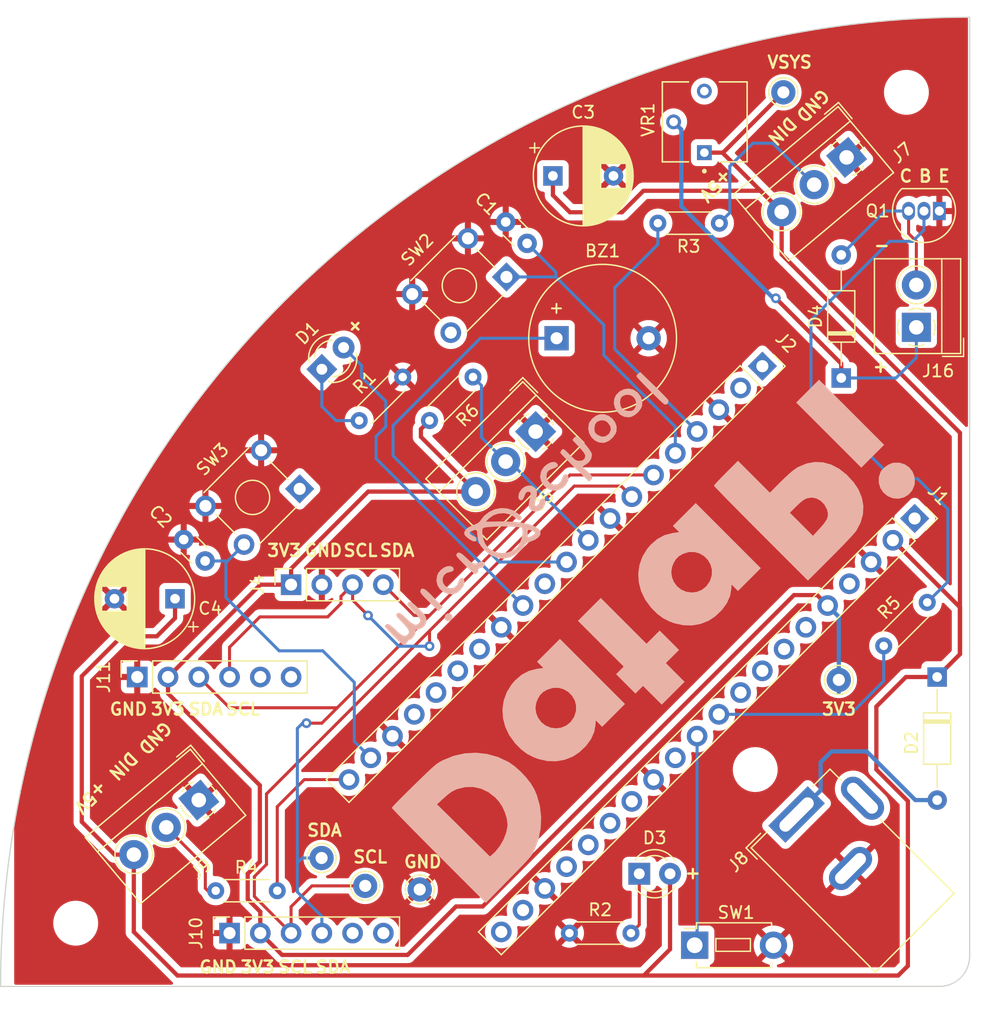
<source format=kicad_pcb>
(kicad_pcb (version 20221018) (generator pcbnew)
  (layers (0 "F.Cu" signal) (31 "B.Cu" signal) (34 "B.Paste" user) (35 "F.Paste" user) (36 "B.SilkS" user "B.Silkscreen") (37 "F.SilkS" user "F.Silkscreen") (38 "B.Mask" user) (39 "F.Mask" user) (44 "Edge.Cuts" user))
  (net 0 "")
  (net 1 "/VSYS")
  (net 2 "Net-(D2-A)")
  (net 3 "Net-(D3-K)")
  (net 4 "/GP0")
  (net 5 "/VBUS")
  (net 6 "/3V3_EN")
  (net 7 "/3V3")
  (net 8 "/ADC__VREF")
  (net 9 "/GP28")
  (net 10 "GNDA")
  (net 11 "/RUN")
  (net 12 "/GP22")
  (net 13 "/GP19")
  (net 14 "/GP18")
  (net 15 "/GP17")
  (net 16 "/GP16")
  (net 19 "GND")
  (net 20 "/DI")
  (net 21 "/GP1")
  (net 22 "/GP8")
  (net 23 "/GP10")
  (net 24 "/GP11")
  (net 25 "/GP12")
  (net 26 "/GP13")
  (net 27 "Net-(D1-K)")
  (net 28 "/SCL")
  (net 29 "/SDA")
  (net 32 "/Buzz")
  (net 33 "/LED")
  (net 34 "/DIN1")
  (net 35 "/DIN2")
  (net 36 "/SW1")
  (net 37 "/SW2")
  (net 38 "Net-(J7-Pin_2)")
  (net 39 "Net-(J9-Pin_2)")
  (net 40 "Net-(D4-K)")
  (net 41 "Net-(D4-A)")
  (net 42 "/FAN")
  (net 44 "Net-(Q1-B)")
  (footprint "Capacitor_THT:C_Disc_D3.0mm_W1.6mm_P2.50mm" (layer "F.Cu") (at 111.7 86.9 -45)
    (fp_text reference "C1" (at -2.192031 0.070711 135) (layer "F.SilkS"))
    (fp_text value "0.1uF/50V(10%)")
    (pad "1" thru_hole circle (at 0 0 315) (size 1.6 1.6) (drill 0.8) (layers "*.Cu" "*.Mask") (net 19 "GND"))
    (pad "2" thru_hole circle (at 2.5 0 315) (size 1.6 1.6) (drill 0.8) (layers "*.Cu" "*.Mask") (net 36 "/SW1"))
  )
  (footprint "LED_THT:LED_D3.0mm" (layer "F.Cu") (at 96.52 99.06 45)
    (fp_text reference "D1" (at 1.27 -2.96 45) (layer "F.SilkS"))
    (fp_text value "LED")
    (pad "1" thru_hole rect (at 0 0 45) (size 1.8 1.8) (drill 0.9) (layers "*.Cu" "*.Mask") (net 27 "Net-(D1-K)"))
    (pad "2" thru_hole circle (at 2.54 0 45) (size 1.8 1.8) (drill 0.9) (layers "*.Cu" "*.Mask") (net 33 "/LED"))
  )
  (footprint "Capacitor_THT:CP_Radial_D8.0mm_P5.00mm" (layer "F.Cu") (at 115.597349 83.1)
    (fp_text reference "C3" (at 2.5 -5.25) (layer "F.SilkS"))
    (fp_text value "1000uF/10V")
    (pad "1" thru_hole rect (at 0 0) (size 1.6 1.6) (drill 0.8) (layers "*.Cu" "*.Mask") (net 1 "/VSYS"))
    (pad "2" thru_hole circle (at 5 0) (size 1.6 1.6) (drill 0.8) (layers "*.Cu" "*.Mask") (net 19 "GND"))
  )
  (footprint "Connector_PinSocket_2.54mm:PinSocket_1x20_P2.54mm_Vertical" (layer "F.Cu") (at 145.458951 111.376404 -45)
    (fp_text reference "J1" (at 0 -2.77 -45) (layer "F.SilkS"))
    (fp_text value "Conn_01x20_Pin")
    (pad "1" thru_hole rect (at 0 0 315) (size 1.7 1.7) (drill 1) (layers "*.Cu" "*.Mask") (net 5 "/VBUS"))
    (pad "2" thru_hole oval (at 0 2.54 315) (size 1.7 1.7) (drill 1) (layers "*.Cu" "*.Mask") (net 1 "/VSYS"))
    (pad "3" thru_hole oval (at 0 5.08 315) (size 1.7 1.7) (drill 1) (layers "*.Cu" "*.Mask") (net 19 "GND"))
    (pad "4" thru_hole oval (at 0 7.62 315) (size 1.7 1.7) (drill 1) (layers "*.Cu" "*.Mask") (net 6 "/3V3_EN"))
    (pad "5" thru_hole oval (at 0 10.16 315) (size 1.7 1.7) (drill 1) (layers "*.Cu" "*.Mask") (net 7 "/3V3"))
    (pad "6" thru_hole oval (at 0 12.7 315) (size 1.7 1.7) (drill 1) (layers "*.Cu" "*.Mask") (net 8 "/ADC__VREF"))
    (pad "7" thru_hole oval (at 0 15.24 315) (size 1.7 1.7) (drill 1) (layers "*.Cu" "*.Mask") (net 9 "/GP28"))
    (pad "8" thru_hole oval (at 0 17.78 315) (size 1.7 1.7) (drill 1) (layers "*.Cu" "*.Mask") (net 10 "GNDA"))
    (pad "9" thru_hole oval (at 0 20.32 315) (size 1.7 1.7) (drill 1) (layers "*.Cu" "*.Mask"))
    (pad "10" thru_hole oval (at 0 22.86 315) (size 1.7 1.7) (drill 1) (layers "*.Cu" "*.Mask") (net 42 "/FAN"))
    (pad "11" thru_hole oval (at 0 25.4 315) (size 1.7 1.7) (drill 1) (layers "*.Cu" "*.Mask") (net 11 "/RUN"))
    (pad "12" thru_hole oval (at 0 27.94 315) (size 1.7 1.7) (drill 1) (layers "*.Cu" "*.Mask") (net 12 "/GP22"))
    (pad "13" thru_hole oval (at 0 30.48 315) (size 1.7 1.7) (drill 1) (layers "*.Cu" "*.Mask") (net 19 "GND"))
    (pad "14" thru_hole oval (at 0 33.02 315) (size 1.7 1.7) (drill 1) (layers "*.Cu" "*.Mask"))
    (pad "15" thru_hole oval (at 0 35.56 315) (size 1.7 1.7) (drill 1) (layers "*.Cu" "*.Mask"))
    (pad "16" thru_hole oval (at 0 38.1 315) (size 1.7 1.7) (drill 1) (layers "*.Cu" "*.Mask") (net 13 "/GP19"))
    (pad "17" thru_hole oval (at 0 40.64 315) (size 1.7 1.7) (drill 1) (layers "*.Cu" "*.Mask") (net 14 "/GP18"))
    (pad "18" thru_hole oval (at 0 43.18 315) (size 1.7 1.7) (drill 1) (layers "*.Cu" "*.Mask") (net 19 "GND"))
    (pad "19" thru_hole oval (at 0 45.72 315) (size 1.7 1.7) (drill 1) (layers "*.Cu" "*.Mask") (net 15 "/GP17"))
    (pad "20" thru_hole oval (at 0 48.26 315) (size 1.7 1.7) (drill 1) (layers "*.Cu" "*.Mask") (net 16 "/GP16"))
  )
  (footprint "Connector_PinSocket_2.54mm:PinSocket_1x06_P2.54mm_Vertical" (layer "F.Cu") (at 81.28 124.46 90)
    (fp_text reference "J11" (at 0 -2.77 90) (layer "F.SilkS"))
    (fp_text value "Conn_01x06_Socket")
    (pad "1" thru_hole rect (at 0 0 90) (size 1.7 1.7) (drill 1) (layers "*.Cu" "*.Mask") (net 19 "GND"))
    (pad "2" thru_hole oval (at 0 2.54 90) (size 1.7 1.7) (drill 1) (layers "*.Cu" "*.Mask") (net 7 "/3V3"))
    (pad "3" thru_hole oval (at 0 5.08 90) (size 1.7 1.7) (drill 1) (layers "*.Cu" "*.Mask") (net 29 "/SDA"))
    (pad "4" thru_hole oval (at 0 7.62 90) (size 1.7 1.7) (drill 1) (layers "*.Cu" "*.Mask") (net 28 "/SCL"))
    (pad "5" thru_hole oval (at 0 10.16 90) (size 1.7 1.7) (drill 1) (layers "*.Cu" "*.Mask"))
    (pad "6" thru_hole oval (at 0 12.7 90) (size 1.7 1.7) (drill 1) (layers "*.Cu" "*.Mask"))
  )
  (footprint "Resistor_THT:R_Axial_DIN0204_L3.6mm_D1.6mm_P5.08mm_Horizontal" (layer "F.Cu") (at 116.96 145.6)
    (fp_text reference "R2" (at 2.54 -1.92) (layer "F.SilkS"))
    (fp_text value "2K(5%)")
    (pad "1" thru_hole circle (at 0 0) (size 1.4 1.4) (drill 0.7) (layers "*.Cu" "*.Mask") (net 19 "GND"))
    (pad "2" thru_hole oval (at 5.08 0) (size 1.4 1.4) (drill 0.7) (layers "*.Cu" "*.Mask") (net 3 "Net-(D3-K)"))
  )
  (footprint "Capacitor_THT:C_Disc_D3.0mm_W1.6mm_P2.50mm" (layer "F.Cu") (at 85.116116 113.116117 -45)
    (fp_text reference "C2" (at -2.709798 -0.000001 135) (layer "F.SilkS"))
    (fp_text value "0.1uF/50V(10%)")
    (pad "1" thru_hole circle (at 0 0 315) (size 1.6 1.6) (drill 0.8) (layers "*.Cu" "*.Mask") (net 19 "GND"))
    (pad "2" thru_hole circle (at 2.5 0 315) (size 1.6 1.6) (drill 0.8) (layers "*.Cu" "*.Mask") (net 37 "/SW2"))
  )
  (footprint "Diode_THT:D_DO-35_SOD27_P10.16mm_Horizontal" (layer "F.Cu") (at 139.4 99.78 90)
    (fp_text reference "D4" (at 5.08 -2.12 90) (layer "F.SilkS"))
    (fp_text value "1N5712")
    (pad "1" thru_hole rect (at 0 0 90) (size 1.6 1.6) (drill 0.8) (layers "*.Cu" "*.Mask") (net 40 "Net-(D4-K)"))
    (pad "2" thru_hole oval (at 10.16 0 90) (size 1.6 1.6) (drill 0.8) (layers "*.Cu" "*.Mask") (net 41 "Net-(D4-A)"))
  )
  (footprint "TerminalBlock_4Ucon:TerminalBlock_4Ucon_1x03_P3.50mm_Horizontal" (layer "F.Cu") (at 114.169747 104.205126 -135)
    (fp_text reference "J5" (at 3.5 -4.46 45) (layer "F.SilkS"))
    (fp_text value "Screw_Terminal_01x03")
    (pad "1" thru_hole rect (at 0 0 225) (size 2.4 2.4) (drill 1.2) (layers "*.Cu" "*.Mask") (net 19 "GND"))
    (pad "2" thru_hole circle (at 3.5 0 225) (size 2.4 2.4) (drill 1.2) (layers "*.Cu" "*.Mask") (net 20 "/DI"))
    (pad "3" thru_hole circle (at 7 0 225) (size 2.4 2.4) (drill 1.2) (layers "*.Cu" "*.Mask") (net 7 "/3V3"))
  )
  (footprint "Button_Switch_THT:SW_TH_Tactile_Omron_B3F-10xx" (layer "F.Cu") (at 111.76 91.44 -135)
    (fp_text reference "SW2" (at 3.620387 6.788225 45) (layer "F.SilkS"))
    (fp_text value "SW_MEC_5E")
    (pad "1" thru_hole rect (at 0 0 225) (size 1.7 1.7) (drill 1) (layers "*.Cu" "*.Mask") (net 36 "/SW1"))
    (pad "1" thru_hole circle (at 6.5 0 225) (size 1.7 1.7) (drill 1) (layers "*.Cu" "*.Mask") (net 36 "/SW1"))
    (pad "2" thru_hole circle (at 0 4.5 225) (size 1.7 1.7) (drill 1) (layers "*.Cu" "*.Mask") (net 19 "GND"))
    (pad "2" thru_hole circle (at 6.5 4.5 225) (size 1.7 1.7) (drill 1) (layers "*.Cu" "*.Mask") (net 19 "GND"))
  )
  (footprint "TerminalBlock_4Ucon:TerminalBlock_4Ucon_1x02_P3.50mm_Horizontal" (layer "F.Cu") (at 145.6 95.6 90)
    (fp_text reference "J16" (at -3.6 1.8) (layer "F.SilkS"))
    (fp_text value "Screw_Terminal_01x02")
    (pad "1" thru_hole rect (at 0 0 90) (size 2.4 2.4) (drill 1.2) (layers "*.Cu" "*.Mask") (net 40 "Net-(D4-K)"))
    (pad "2" thru_hole circle (at 3.5 0 90) (size 2.4 2.4) (drill 1.2) (layers "*.Cu" "*.Mask") (net 41 "Net-(D4-A)"))
  )
  (footprint "Resistor_THT:R_Axial_DIN0204_L3.6mm_D1.6mm_P5.08mm_Horizontal" (layer "F.Cu") (at 142.907898 121.892102 45)
    (fp_text reference "R5" (at 2.54 -1.92 45) (layer "F.SilkS"))
    (fp_text value "1k")
    (pad "1" thru_hole circle (at 0 0 45) (size 1.4 1.4) (drill 0.7) (layers "*.Cu" "*.Mask") (net 42 "/FAN"))
    (pad "2" thru_hole oval (at 5.08 0 45) (size 1.4 1.4) (drill 0.7) (layers "*.Cu" "*.Mask") (net 44 "Net-(Q1-B)"))
  )
  (footprint "Connector_PinSocket_2.54mm:PinSocket_1x06_P2.54mm_Vertical" (layer "F.Cu") (at 88.9 145.6 90)
    (fp_text reference "J10" (at 0 -2.77 90) (layer "F.SilkS"))
    (fp_text value "Conn_01x06_Socket")
    (pad "1" thru_hole rect (at 0 0 90) (size 1.7 1.7) (drill 1) (layers "*.Cu" "*.Mask") (net 19 "GND"))
    (pad "2" thru_hole oval (at 0 2.54 90) (size 1.7 1.7) (drill 1) (layers "*.Cu" "*.Mask") (net 7 "/3V3"))
    (pad "3" thru_hole oval (at 0 5.08 90) (size 1.7 1.7) (drill 1) (layers "*.Cu" "*.Mask") (net 28 "/SCL"))
    (pad "4" thru_hole oval (at 0 7.62 90) (size 1.7 1.7) (drill 1) (layers "*.Cu" "*.Mask") (net 29 "/SDA"))
    (pad "5" thru_hole oval (at 0 10.16 90) (size 1.7 1.7) (drill 1) (layers "*.Cu" "*.Mask"))
    (pad "6" thru_hole oval (at 0 12.7 90) (size 1.7 1.7) (drill 1) (layers "*.Cu" "*.Mask"))
  )
  (footprint "Connector_PinSocket_2.54mm:PinSocket_1x20_P2.54mm_Vertical" (layer "F.Cu") (at 132.886593 98.804045 -45)
    (fp_text reference "J2" (at 0 -2.77 135) (layer "F.SilkS"))
    (fp_text value "Conn_01x20_Pin")
    (pad "1" thru_hole rect (at 0 0 315) (size 1.7 1.7) (drill 1) (layers "*.Cu" "*.Mask") (net 4 "/GP0"))
    (pad "2" thru_hole oval (at 0 2.54 315) (size 1.7 1.7) (drill 1) (layers "*.Cu" "*.Mask") (net 21 "/GP1"))
    (pad "3" thru_hole oval (at 0 5.08 315) (size 1.7 1.7) (drill 1) (layers "*.Cu" "*.Mask") (net 19 "GND"))
    (pad "4" thru_hole oval (at 0 7.62 315) (size 1.7 1.7) (drill 1) (layers "*.Cu" "*.Mask") (net 34 "/DIN1"))
    (pad "5" thru_hole oval (at 0 10.16 315) (size 1.7 1.7) (drill 1) (layers "*.Cu" "*.Mask") (net 36 "/SW1"))
    (pad "6" thru_hole oval (at 0 12.7 315) (size 1.7 1.7) (drill 1) (layers "*.Cu" "*.Mask") (net 29 "/SDA"))
    (pad "7" thru_hole oval (at 0 15.24 315) (size 1.7 1.7) (drill 1) (layers "*.Cu" "*.Mask") (net 28 "/SCL"))
    (pad "8" thru_hole oval (at 0 17.78 315) (size 1.7 1.7) (drill 1) (layers "*.Cu" "*.Mask") (net 19 "GND"))
    (pad "9" thru_hole oval (at 0 20.32 315) (size 1.7 1.7) (drill 1) (layers "*.Cu" "*.Mask") (net 20 "/DI"))
    (pad "10" thru_hole oval (at 0 22.86 315) (size 1.7 1.7) (drill 1) (layers "*.Cu" "*.Mask") (net 32 "/Buzz"))
    (pad "11" thru_hole oval (at 0 25.4 315) (size 1.7 1.7) (drill 1) (layers "*.Cu" "*.Mask") (net 22 "/GP8"))
    (pad "12" thru_hole oval (at 0 27.94 315) (size 1.7 1.7) (drill 1) (layers "*.Cu" "*.Mask") (net 33 "/LED"))
    (pad "13" thru_hole oval (at 0 30.48 315) (size 1.7 1.7) (drill 1) (layers "*.Cu" "*.Mask") (net 19 "GND"))
    (pad "14" thru_hole oval (at 0 33.02 315) (size 1.7 1.7) (drill 1) (layers "*.Cu" "*.Mask") (net 23 "/GP10"))
    (pad "15" thru_hole oval (at 0 35.56 315) (size 1.7 1.7) (drill 1) (layers "*.Cu" "*.Mask") (net 24 "/GP11"))
    (pad "16" thru_hole oval (at 0 38.1 315) (size 1.7 1.7) (drill 1) (layers "*.Cu" "*.Mask") (net 25 "/GP12"))
    (pad "17" thru_hole oval (at 0 40.64 315) (size 1.7 1.7) (drill 1) (layers "*.Cu" "*.Mask") (net 26 "/GP13"))
    (pad "18" thru_hole oval (at 0 43.18 315) (size 1.7 1.7) (drill 1) (layers "*.Cu" "*.Mask") (net 19 "GND"))
    (pad "19" thru_hole oval (at 0 45.72 315) (size 1.7 1.7) (drill 1) (layers "*.Cu" "*.Mask") (net 37 "/SW2"))
    (pad "20" thru_hole oval (at 0 48.26 315) (size 1.7 1.7) (drill 1) (layers "*.Cu" "*.Mask") (net 35 "/DIN2"))
  )
  (footprint "Connector_BarrelJack:BarrelJack_GCT_DCJ200-10-A_Horizontal" (layer "F.Cu") (at 135.709872 135.809872 45)
    (fp_text reference "J8" (at -6.151829 -0.650357 45) (layer "F.SilkS"))
    (fp_text value "Barrel_Jack")
    (pad "1" thru_hole rect (at 0 0 45) (size 4.6 2) (drill oval 3.6 1) (layers "*.Cu" "*.Mask") (net 2 "Net-(D2-A)"))
    (pad "2" thru_hole oval (at 0 6.3 45) (size 4.2 2) (drill oval 3.2 1) (layers "*.Cu" "*.Mask") (net 19 "GND"))
    (pad "3" thru_hole oval (at 4.8 2.9 45) (size 2 4.2) (drill oval 1 3.2) (layers "*.Cu" "*.Mask"))
  )
  (footprint "Button_Switch_THT:SW_PUSH_1P1T_6x3.5mm_H4.3_APEM_MJTP1243" (layer "F.Cu") (at 127.3 146.6)
    (fp_text reference "SW1" (at 3.42 -2.7) (layer "F.SilkS"))
    (fp_text value "SW_DIP_x01")
    (pad "1" thru_hole rect (at 0 0 90) (size 2.25 2.25) (drill 1.3) (layers "*.Cu" "*.Mask") (net 11 "/RUN"))
    (pad "2" thru_hole circle (at 6.5 0 90) (size 2.25 2.25) (drill 1.3) (layers "*.Cu" "*.Mask") (net 19 "GND"))
  )
  (footprint "Button_Switch_THT:SW_TH_Tactile_Omron_B3F-10xx" (layer "F.Cu") (at 94.69 108.93 -135)
    (fp_text reference "SW3" (at 3.365828 6.802367 45) (layer "F.SilkS"))
    (fp_text value "SW_MEC_5E")
    (pad "1" thru_hole rect (at 0 0 225) (size 1.7 1.7) (drill 1) (layers "*.Cu" "*.Mask") (net 37 "/SW2"))
    (pad "1" thru_hole circle (at 6.5 0 225) (size 1.7 1.7) (drill 1) (layers "*.Cu" "*.Mask") (net 37 "/SW2"))
    (pad "2" thru_hole circle (at 0 4.5 225) (size 1.7 1.7) (drill 1) (layers "*.Cu" "*.Mask") (net 19 "GND"))
    (pad "2" thru_hole circle (at 6.5 4.5 225) (size 1.7 1.7) (drill 1) (layers "*.Cu" "*.Mask") (net 19 "GND"))
  )
  (footprint "TerminalBlock_4Ucon:TerminalBlock_4Ucon_1x03_P3.50mm_Horizontal" (layer "F.Cu") (at 139.841156 81.570243 -140)
    (fp_text reference "J7" (at -3.730265 -2.646746 40) (layer "F.SilkS"))
    (fp_text value "Screw_Terminal_01x03")
    (pad "1" thru_hole rect (at 0 0 220) (size 2.4 2.4) (drill 1.2) (layers "*.Cu" "*.Mask") (net 19 "GND"))
    (pad "2" thru_hole circle (at 3.5 0 220) (size 2.4 2.4) (drill 1.2) (layers "*.Cu" "*.Mask") (net 38 "Net-(J7-Pin_2)"))
    (pad "3" thru_hole circle (at 7 0 220) (size 2.4 2.4) (drill 1.2) (layers "*.Cu" "*.Mask") (net 1 "/VSYS"))
  )
  (footprint "MountingHole:MountingHole_3.2mm_M3" (layer "F.Cu") (at 144.78 76.2)
    (fp_text reference "H2" hide)
    (fp_text value "MountingHole")
    (pad "" np_thru_hole circle (at 0 0) (size 3.2 3.2) (drill 3.2) (layers "*.Cu" "*.Mask"))
  )
  (footprint "Package_TO_SOT_THT:TO-92_Inline" (layer "F.Cu") (at 147.5 86 180)
    (fp_text reference "Q1" (at 5.1 0) (layer "F.SilkS"))
    (fp_text value "2N3904")
    (pad "1" thru_hole rect (at 0 0 180) (size 1.05 1.5) (drill 0.75) (layers "*.Cu" "*.Mask") (net 19 "GND"))
    (pad "2" thru_hole oval (at 1.27 0 180) (size 1.05 1.5) (drill 0.75) (layers "*.Cu" "*.Mask") (net 44 "Net-(Q1-B)"))
    (pad "3" thru_hole oval (at 2.54 0 180) (size 1.05 1.5) (drill 0.75) (layers "*.Cu" "*.Mask") (net 41 "Net-(D4-A)"))
  )
  (footprint "Buzzer_Beeper:Buzzer_12x9.5RM7.6" (layer "F.Cu") (at 115.9 96.5)
    (fp_text reference "BZ1" (at 3.8 -7.2) (layer "F.SilkS"))
    (fp_text value "Buzzer")
    (fp_text user "+" (at -0.01 -2.54) (layer "F.SilkS"))
    (pad "1" thru_hole rect (at 0 0) (size 2 2) (drill 1) (layers "*.Cu" "*.Mask") (net 32 "/Buzz"))
    (pad "2" thru_hole circle (at 7.6 0) (size 2 2) (drill 1) (layers "*.Cu" "*.Mask") (net 19 "GND"))
  )
  (footprint "Resistor_THT:R_Axial_DIN0204_L3.6mm_D1.6mm_P5.08mm_Horizontal" (layer "F.Cu") (at 109 99.7 -135)
    (fp_text reference "R6" (at 2.54 -1.92 45) (layer "F.SilkS"))
    (fp_text value "4.7k")
    (pad "1" thru_hole circle (at 0 0 225) (size 1.4 1.4) (drill 0.7) (layers "*.Cu" "*.Mask") (net 20 "/DI"))
    (pad "2" thru_hole oval (at 5.08 0 225) (size 1.4 1.4) (drill 0.7) (layers "*.Cu" "*.Mask") (net 7 "/3V3"))
  )
  (footprint "TestPoint:TestPoint_THTPad_D2.0mm_Drill1.0mm" (layer "F.Cu") (at 104.6 142)
    (fp_text reference "J15" hide)
    (fp_text value "Conn_01x01_Pin")
    (pad "1" thru_hole circle (at 0 0) (size 2 2) (drill 1) (layers "*.Cu" "*.Mask") (net 19 "GND"))
  )
  (footprint "TestPoint:TestPoint_THTPad_D2.0mm_Drill1.0mm" (layer "F.Cu") (at 100.1 141.7)
    (fp_text reference "J14" hide)
    (fp_text value "Conn_01x01_Pin")
    (pad "1" thru_hole circle (at 0 0) (size 2 2) (drill 1) (layers "*.Cu" "*.Mask") (net 28 "/SCL"))
  )
  (footprint "Capacitor_THT:CP_Radial_D8.0mm_P5.00mm" (layer "F.Cu") (at 84.4 118 180)
    (fp_text reference "C4" (at -2.9 -0.8) (layer "F.SilkS"))
    (fp_text value "1000uF/10V")
    (pad "1" thru_hole rect (at 0 0 180) (size 1.6 1.6) (drill 0.8) (layers "*.Cu" "*.Mask") (net 1 "/VSYS"))
    (pad "2" thru_hole circle (at 5 0 180) (size 1.6 1.6) (drill 0.8) (layers "*.Cu" "*.Mask") (net 19 "GND"))
  )
  (footprint "Diode_THT:D_DO-35_SOD27_P10.16mm_Horizontal" (layer "F.Cu") (at 147.32 124.46 -90)
    (fp_text reference "D2" (at 5.44 2.12 -90) (layer "F.SilkS"))
    (fp_text value "1N5712")
    (pad "1" thru_hole rect (at 0 0 270) (size 1.6 1.6) (drill 0.8) (layers "*.Cu" "*.Mask") (net 1 "/VSYS"))
    (pad "2" thru_hole oval (at 10.16 0 270) (size 1.6 1.6) (drill 0.8) (layers "*.Cu" "*.Mask") (net 2 "Net-(D2-A)"))
  )
  (footprint "TestPoint:TestPoint_THTPad_D2.0mm_Drill1.0mm" (layer "F.Cu") (at 134.62 76.2)
    (fp_text reference "J12" hide)
    (fp_text value "Conn_01x01_Pin")
    (pad "1" thru_hole circle (at 0 0) (size 2 2) (drill 1) (layers "*.Cu" "*.Mask") (net 1 "/VSYS"))
  )
  (footprint "Resistor_THT:R_Axial_DIN0204_L3.6mm_D1.6mm_P5.08mm_Horizontal" (layer "F.Cu") (at 87.76 142.1)
    (fp_text reference "R4" (at 2.54 -1.92) (layer "F.SilkS"))
    (fp_text value "220")
    (pad "1" thru_hole circle (at 0 0) (size 1.4 1.4) (drill 0.7) (layers "*.Cu" "*.Mask") (net 39 "Net-(J9-Pin_2)"))
    (pad "2" thru_hole oval (at 5.08 0) (size 1.4 1.4) (drill 0.7) (layers "*.Cu" "*.Mask") (net 35 "/DIN2"))
  )
  (footprint "Connector_PinSocket_2.54mm:PinSocket_1x04_P2.54mm_Vertical" (layer "F.Cu") (at 93.98 116.84 90)
    (fp_text reference "J4" (at 0 -2.77 90) (layer "F.SilkS"))
    (fp_text value "Conn_01x04")
    (pad "1" thru_hole rect (at 0 0 90) (size 1.7 1.7) (drill 1) (layers "*.Cu" "*.Mask") (net 7 "/3V3"))
    (pad "2" thru_hole oval (at 0 2.54 90) (size 1.7 1.7) (drill 1) (layers "*.Cu" "*.Mask") (net 19 "GND"))
    (pad "3" thru_hole oval (at 0 5.08 90) (size 1.7 1.7) (drill 1) (layers "*.Cu" "*.Mask") (net 28 "/SCL"))
    (pad "4" thru_hole oval (at 0 7.62 90) (size 1.7 1.7) (drill 1) (layers "*.Cu" "*.Mask") (net 29 "/SDA"))
  )
  (footprint "TestPoint:TestPoint_THTPad_D2.0mm_Drill1.0mm" (layer "F.Cu") (at 139.2 124.7)
    (fp_text reference "J6" hide)
    (fp_text value "Conn_01x01_Pin")
    (pad "1" thru_hole circle (at 0 0) (size 2 2) (drill 1) (layers "*.Cu" "*.Mask") (net 7 "/3V3"))
  )
  (footprint "TerminalBlock_4Ucon:TerminalBlock_4Ucon_1x03_P3.50mm_Horizontal" (layer "F.Cu") (at 86.36 134.62 -140)
    (fp_text reference "J9" (at 3.5 -4.46 40) (layer "F.SilkS"))
    (fp_text value "Screw_Terminal_01x03")
    (pad "1" thru_hole rect (at 0 0 220) (size 2.4 2.4) (drill 1.2) (layers "*.Cu" "*.Mask") (net 19 "GND"))
    (pad "2" thru_hole circle (at 3.5 0 220) (size 2.4 2.4) (drill 1.2) (layers "*.Cu" "*.Mask") (net 39 "Net-(J9-Pin_2)"))
    (pad "3" thru_hole circle (at 7 0 220) (size 2.4 2.4) (drill 1.2) (layers "*.Cu" "*.Mask") (net 1 "/VSYS"))
  )
  (footprint "LED_THT:LED_D3.0mm" (layer "F.Cu") (at 122.725 140.7)
    (fp_text reference "D3" (at 1.27 -2.96) (layer "F.SilkS"))
    (fp_text value "LED")
    (pad "1" thru_hole rect (at 0 0) (size 1.8 1.8) (drill 0.9) (layers "*.Cu" "*.Mask") (net 3 "Net-(D3-K)"))
    (pad "2" thru_hole circle (at 2.54 0) (size 1.8 1.8) (drill 0.9) (layers "*.Cu" "*.Mask") (net 1 "/VSYS"))
  )
  (footprint "TestPoint:TestPoint_THTPad_D2.0mm_Drill1.0mm" (layer "F.Cu") (at 96.5 139.4)
    (fp_text reference "J13" hide)
    (fp_text value "Conn_01x01_Pin")
    (pad "1" thru_hole circle (at 0 0) (size 2 2) (drill 1) (layers "*.Cu" "*.Mask") (net 29 "/SDA"))
  )
  (footprint "Resistor_THT:R_Axial_DIN0204_L3.6mm_D1.6mm_P5.08mm_Horizontal" (layer "F.Cu") (at 129.34 87 180)
    (fp_text reference "R3" (at 2.54 -1.92) (layer "F.SilkS"))
    (fp_text value "220")
    (pad "1" thru_hole circle (at 0 0 180) (size 1.4 1.4) (drill 0.7) (layers "*.Cu" "*.Mask") (net 38 "Net-(J7-Pin_2)"))
    (pad "2" thru_hole oval (at 5.08 0 180) (size 1.4 1.4) (drill 0.7) (layers "*.Cu" "*.Mask") (net 34 "/DIN1"))
  )
  (footprint "MountingHole:MountingHole_3.2mm_M3" (layer "F.Cu") (at 132.3 132.1)
    (fp_text reference "H3" hide)
    (fp_text value "MountingHole")
    (pad "" np_thru_hole circle (at 0 0) (size 3.2 3.2) (drill 3.2) (layers "*.Cu" "*.Mask"))
  )
  (footprint "Resistor_THT:R_Axial_DIN0204_L3.6mm_D1.6mm_P5.08mm_Horizontal" (layer "F.Cu") (at 99.603949 103.296051 45)
    (fp_text reference "R1" (at 2.54 -1.92 45) (layer "F.SilkS"))
    (fp_text value "220")
    (pad "1" thru_hole circle (at 0 0 45) (size 1.4 1.4) (drill 0.7) (layers "*.Cu" "*.Mask") (net 27 "Net-(D1-K)"))
    (pad "2" thru_hole oval (at 5.08 0 45) (size 1.4 1.4) (drill 0.7) (layers "*.Cu" "*.Mask") (net 19 "GND"))
  )
  (footprint "3362P-1-103:TRIM_3362P-1-103" (layer "F.Cu") (at 128.1 78.64 90)
    (fp_text reference "VR1" (at 0.17547 -4.64779 90) (layer "F.SilkS") (effects (font (size 1.002756 1.002756))))
    (fp_text value "1K")
    (pad "1" thru_hole rect (at -2.54 0 90) (size 1.222 1.222) (drill 0.714) (layers "*.Cu" "*.Mask") (net 1 "/VSYS"))
    (pad "2" thru_hole circle (at 0 -2.54 90) (size 1.222 1.222) (drill 0.714) (layers "*.Cu" "*.Mask") (net 40 "Net-(D4-K)"))
    (pad "3" thru_hole circle (at 2.54 0 90) (size 1.222 1.222) (drill 0.714) (layers "*.Cu" "*.Mask"))
  )
  (footprint "MountingHole:MountingHole_3.2mm_M3" (layer "F.Cu") (at 76.2 144.78)
    (fp_text reference "H1" hide)
    (fp_text value "MountingHole")
    (pad "" np_thru_hole circle (at 0 0) (size 3.2 3.2) (drill 3.2) (layers "*.Cu" "*.Mask"))
  )
  (footprint "SmartFarm:DataPi_logo" (layer "B.Cu") (at 120.005621 117.592958 45)
    (fp_text reference "G***" hide)
    (fp_text value "LOGO" hide)
  )
  (gr_line (start 70 150) (end 147.5 150) (stroke (width 0.1)) (layer "Edge.Cuts"))
  (gr_arc (start 150 147.5) (mid 149.267767 149.267767) (end 147.5 150) (stroke (width 0.1)) (layer "Edge.Cuts"))
  (gr_line (start 150 147.5) (end 150 70) (stroke (width 0.1)) (layer "Edge.Cuts"))
  (gr_arc (start 70 150) (mid 93.431458 93.431458) (end 150 70) (stroke (width 0.1)) (layer "Edge.Cuts"))
  (gr_text "C" (at 144.1 83.7) (layer "F.SilkS") (effects (font (size 1 1) (thickness 0.2) bold) (justify left bottom)))
  (gr_text "GND\n" (at 78.9 127.7) (layer "F.SilkS") (effects (font (size 1 1) (thickness 0.2) bold) (justify left bottom)))
  (gr_text "3V3" (at 82.3 127.7) (layer "F.SilkS") (effects (font (size 1 1) (thickness 0.2) bold) (justify left bottom)))
  (gr_text "GND\n" (at 103.2 140.3) (layer "F.SilkS") (effects (font (size 1 1) (thickness 0.2) bold) (justify left bottom)))
  (gr_text "3V3" (at 137.7 127.7) (layer "F.SilkS") (effects (font (size 1 1) (thickness 0.2) bold) (justify left bottom)))
  (gr_text "SDA" (at 95.2 137.7) (layer "F.SilkS") (effects (font (size 1 1) (thickness 0.2) bold) (justify left bottom)))
  (gr_text "SCL" (at 98.2 114.6) (layer "F.SilkS") (effects (font (size 1 1) (thickness 0.2) bold) (justify left bottom)))
  (gr_text "+" (at 126.4 141.2) (layer "F.SilkS") (effects (font (size 1 1) (thickness 0.2) bold) (justify left bottom)))
  (gr_text "SDA\n\n" (at 85.4 129.31) (layer "F.SilkS") (effects (font (size 1 1) (thickness 0.2) bold) (justify left bottom)))
  (gr_text "GND\n" (at 86.3 148.99) (layer "F.SilkS") (effects (font (size 1 1) (thickness 0.2) bold) (justify left bottom)))
  (gr_text "+5V" (at 78.2 132.8 225) (layer "F.SilkS") (effects (font (size 1 1) (thickness 0.2) bold) (justify left bottom)))
  (gr_text "+" (at 141.9 99.4) (layer "F.SilkS") (effects (font (size 1 1) (thickness 0.2) bold) (justify left bottom)))
  (gr_text "3V3" (at 91.9 114.6) (layer "F.SilkS") (effects (font (size 1 1) (thickness 0.2) bold) (justify left bottom)))
  (gr_text "VSYS" (at 133.2 74.3) (layer "F.SilkS") (effects (font (size 1 1) (thickness 0.2) bold) (justify left bottom)))
  (gr_text "+5V" (at 129.8 82.3 225) (layer "F.SilkS") (effects (font (size 1 1) (thickness 0.2) bold) (justify left bottom)))
  (gr_text "SCL\n" (at 99 139.9) (layer "F.SilkS") (effects (font (size 1 1) (thickness 0.2) bold) (justify left bottom)))
  (gr_text "GND\n" (at 137.8 75.7 225) (layer "F.SilkS") (effects (font (size 1 1) (thickness 0.2) bold) (justify left bottom)))
  (gr_text "SDA\n\n" (at 95.9 150.6) (layer "F.SilkS") (effects (font (size 1 1) (thickness 0.2) bold) (justify left bottom)))
  (gr_text "SCL" (at 88.5 127.7) (layer "F.SilkS") (effects (font (size 1 1) (thickness 0.2) bold) (justify left bottom)))
  (gr_text "SDA" (at 101.2 114.6) (layer "F.SilkS") (effects (font (size 1 1) (thickness 0.2) bold) (justify left bottom)))
  (gr_text "+" (at 99.1 96.4 45) (layer "F.SilkS") (effects (font (size 1 1) (thickness 0.2) bold) (justify left bottom)))
  (gr_text "B\n" (at 145.7 83.7) (layer "F.SilkS") (effects (font (size 1 1) (thickness 0.2) bold) (justify left bottom)))
  (gr_text "3V3" (at 89.7 148.99) (layer "F.SilkS") (effects (font (size 1 1) (thickness 0.2) bold) (justify left bottom)))
  (gr_text "-" (at 142 89.4) (layer "F.SilkS") (effects (font (size 1 1) (thickness 0.2) bold) (justify left bottom)))
  (gr_text "SCL" (at 92.8 148.99) (layer "F.SilkS") (effects (font (size 1 1) (thickness 0.2) bold) (justify left bottom)))
  (gr_text "DIN" (at 80.7 130.4 225) (layer "F.SilkS") (effects (font (size 1 1) (thickness 0.2) bold) (justify left bottom)))
  (gr_text "DIN" (at 135.1 78 225) (layer "F.SilkS") (effects (font (size 1 1) (thickness 0.2) bold) (justify left bottom)))
  (gr_text "GND\n" (at 95 114.6) (layer "F.SilkS") (effects (font (size 1 1) (thickness 0.2) bold) (justify left bottom)))
  (gr_text "GND\n" (at 83.5 127.9 225) (layer "F.SilkS") (effects (font (size 1 1) (thickness 0.2) bold) (justify left bottom)))
  (gr_text "E\n" (at 147.3 83.7) (layer "F.SilkS") (effects (font (size 1 1) (thickness 0.2) bold) (justify left bottom)))
  (segment (start 134.478845 89.578845) (end 134.478845 86.069756) (width 0.35) (layer "F.Cu") (net 1))
  (segment (start 80.997689 139.119513) (end 79.408601 139.119513) (width 0.35) (layer "F.Cu") (net 1))
  (segment (start 144.74 124.46) (end 142.3 126.9) (width 0.35) (layer "F.Cu") (net 1))
  (segment (start 84.4 119.6) (end 84.4 118) (width 0.35) (layer "F.Cu") (net 1))
  (segment (start 76.7 136.410912) (end 76.7 124.4) (width 0.35) (layer "F.Cu") (net 1))
  (segment (start 115.597349 84.697349) (end 115.597349 83.1) (width 0.35) (layer "F.Cu") (net 1))
  (segment (start 84.6 149.1) (end 80.997689 145.497689) (width 0.35) (layer "F.Cu") (net 1))
  (segment (start 125.265 146.935) (end 125.265 140.7) (width 0.35) (layer "F.Cu") (net 1))
  (segment (start 82.9 121.1) (end 84.4 119.6) (width 0.35) (layer "F.Cu") (net 1))
  (segment (start 123.075 84.325) (end 121.3 86.1) (width 0.35) (layer "F.Cu") (net 1))
  (segment (start 123.1 149.1) (end 125.265 146.935) (width 0.35) (layer "F.Cu") (net 1))
  (segment (start 149.2 122.58) (end 149.2 104.3) (width 0.35) (layer "F.Cu") (net 1))
  (segment (start 147.32 124.46) (end 144.74 124.46) (width 0.35) (layer "F.Cu") (net 1))
  (segment (start 144.1 149.1) (end 84.6 149.1) (width 0.35) (layer "F.Cu") (net 1))
  (segment (start 129.589089 81.18) (end 134.478845 86.069756) (width 0.35) (layer "F.Cu") (net 1))
  (segment (start 79.408601 139.119513) (end 76.7 136.410912) (width 0.35) (layer "F.Cu") (net 1))
  (segment (start 117 86.1) (end 115.597349 84.697349) (width 0.35) (layer "F.Cu") (net 1))
  (segment (start 134.62 76.2) (end 129.64 81.18) (width 0.35) (layer "F.Cu") (net 1))
  (segment (start 149.2 118.709555) (end 149.2 122.58) (width 0.35) (layer "F.Cu") (net 1))
  (segment (start 142.3 126.9) (end 142.3 132.1) (width 0.35) (layer "F.Cu") (net 1))
  (segment (start 132.734089 84.325) (end 123.075 84.325) (width 0.35) (layer "F.Cu") (net 1))
  (segment (start 147.32 124.46) (end 149.2 122.58) (width 0.35) (layer "F.Cu") (net 1))
  (segment (start 129.64 81.18) (end 129.589089 81.18) (width 0.35) (layer "F.Cu") (net 1))
  (segment (start 143.6629 113.172455) (end 149.2 118.709555) (width 0.35) (layer "F.Cu") (net 1))
  (segment (start 144.9 148.3) (end 144.1 149.1) (width 0.35) (layer "F.Cu") (net 1))
  (segment (start 76.7 124.4) (end 80 121.1) (width 0.35) (layer "F.Cu") (net 1))
  (segment (start 142.3 132.1) (end 144.9 134.7) (width 0.35) (layer "F.Cu") (net 1))
  (segment (start 80 121.1) (end 82.9 121.1) (width 0.35) (layer "F.Cu") (net 1))
  (segment (start 134.478845 86.069756) (end 132.734089 84.325) (width 0.35) (layer "F.Cu") (net 1))
  (segment (start 80.997689 145.497689) (end 80.997689 139.119513) (width 0.35) (layer "F.Cu") (net 1))
  (segment (start 144.9 134.7) (end 144.9 148.3) (width 0.35) (layer "F.Cu") (net 1))
  (segment (start 149.2 104.3) (end 134.478845 89.578845) (width 0.35) (layer "F.Cu") (net 1))
  (segment (start 128.1 81.18) (end 129.589089 81.18) (width 0.35) (layer "F.Cu") (net 1))
  (segment (start 121.3 86.1) (end 117 86.1) (width 0.35) (layer "F.Cu") (net 1))
  (segment (start 137.7 131.5) (end 138.6 130.6) (width 0.35) (layer "B.Cu") (net 2))
  (segment (start 135.709872 135.809872) (end 137.7 133.819744) (width 0.35) (layer "B.Cu") (net 2))
  (segment (start 141.5 130.6) (end 138.6 130.6) (width 0.35) (layer "B.Cu") (net 2))
  (segment (start 145.52 134.62) (end 141.5 130.6) (width 0.35) (layer "B.Cu") (net 2))
  (segment (start 147.32 134.62) (end 145.52 134.62) (width 0.35) (layer "B.Cu") (net 2))
  (segment (start 137.7 133.819744) (end 137.7 131.5) (width 0.35) (layer "B.Cu") (net 2))
  (segment (start 122.725 140.7) (end 122.725 144.915) (width 0.25) (layer "F.Cu") (net 3))
  (segment (start 122.725 144.915) (end 122.04 145.6) (width 0.25) (layer "F.Cu") (net 3))
  (segment (start 104.7 104.634873) (end 104.7 104) (width 0.35) (layer "F.Cu") (net 7))
  (segment (start 100.345127 109.154873) (end 93.98 115.52) (width 0.35) (layer "F.Cu") (net 7))
  (segment (start 104.7 104) (end 105.407898 103.292102) (width 0.35) (layer "F.Cu") (net 7))
  (segment (start 83.82 124.46) (end 83.82 125.82) (width 0.35) (layer "F.Cu") (net 7))
  (segment (start 91.44 145.6) (end 93.24 147.4) (width 0.35) (layer "F.Cu") (net 7))
  (segment (start 109.22 109.154873) (end 100.345127 109.154873) (width 0.35) (layer "F.Cu") (net 7))
  (segment (start 91.4 139.7) (end 90.4 140.7) (width 0.35) (layer "F.Cu") (net 7))
  (segment (start 93.98 116.84) (end 91.44 116.84) (width 0.35) (layer "F.Cu") (net 7))
  (segment (start 93.98 115.52) (end 93.98 116.84) (width 0.35) (layer "F.Cu") (net 7))
  (segment (start 109.8 143.4) (end 135.5 117.7) (width 0.35) (layer "F.Cu") (net 7))
  (segment (start 107.6 143.4) (end 109.8 143.4) (width 0.35) (layer "F.Cu") (net 7))
  (segment (start 91.44 143.84) (end 91.44 145.6) (width 0.35) (layer "F.Cu") (net 7))
  (segment (start 90.4 142.8) (end 91.44 143.84) (width 0.35) (layer "F.Cu") (net 7))
  (segment (start 91.4 133.4) (end 91.4 139.7) (width 0.35) (layer "F.Cu") (net 7))
  (segment (start 91.44 116.84) (end 83.82 124.46) (width 0.35) (layer "F.Cu") (net 7))
  (segment (start 109.22 109.154873) (end 104.7 104.634873) (width 0.35) (layer "F.Cu") (net 7))
  (segment (start 83.82 125.82) (end 91.4 133.4) (width 0.35) (layer "F.Cu") (net 7))
  (segment (start 90.4 140.7) (end 90.4 142.8) (width 0.35) (layer "F.Cu") (net 7))
  (segment (start 135.5 117.7) (end 137.414137 117.7) (width 0.35) (layer "F.Cu") (net 7))
  (segment (start 93.24 147.4) (end 103.6 147.4) (width 0.35) (layer "F.Cu") (net 7))
  (segment (start 137.414137 117.7) (end 138.274746 118.560609) (width 0.35) (layer "F.Cu") (net 7))
  (segment (start 103.6 147.4) (end 107.6 143.4) (width 0.35) (layer "F.Cu") (net 7))
  (segment (start 138.274746 118.560609) (end 139.2 119.485863) (width 0.35) (layer "B.Cu") (net 7))
  (segment (start 139.2 119.485863) (end 139.2 125.7) (width 0.35) (layer "B.Cu") (net 7))
  (segment (start 127.498439 129.336916) (end 127.498439 146.401561) (width 0.25) (layer "B.Cu") (net 11))
  (segment (start 127.498439 146.401561) (end 127.3 146.6) (width 0.25) (layer "B.Cu") (net 11))
  (segment (start 115.069275 141.909275) (end 114.92608 141.909275) (width 0.35) (layer "B.Cu") (net 19))
  (segment (start 111.694873 106.68) (end 109.7 104.685127) (width 0.25) (layer "B.Cu") (net 20))
  (segment (start 112.025728 106.68) (end 111.694873 106.68) (width 0.25) (layer "B.Cu") (net 20))
  (segment (start 109.7 100.4) (end 109 99.7) (width 0.25) (layer "B.Cu") (net 20))
  (segment (start 118.518183 113.172455) (end 112.025728 106.68) (width 0.25) (layer "B.Cu") (net 20))
  (segment (start 109.7 104.685127) (end 109.7 100.4) (width 0.25) (layer "B.Cu") (net 20))
  (segment (start 96.52 102.12) (end 96.52 99.06) (width 0.25) (layer "B.Cu") (net 27))
  (segment (start 97.696051 103.296051) (end 96.52 102.12) (width 0.25) (layer "B.Cu") (net 27))
  (segment (start 99.603949 103.296051) (end 97.696051 103.296051) (width 0.25) (layer "B.Cu") (net 27))
  (segment (start 91.4 119.5) (end 88.9 122) (width 0.25) (layer "F.Cu") (net 28))
  (segment (start 93.98 143.42) (end 93.98 145.6) (width 0.25) (layer "F.Cu") (net 28))
  (segment (start 97 119.5) (end 91.4 119.5) (width 0.25) (layer "F.Cu") (net 28))
  (segment (start 90.95 142.57) (end 90.95 140.927818) (width 0.25) (layer "F.Cu") (net 28))
  (segment (start 95.7 141.7) (end 93.98 143.42) (width 0.25) (layer "F.Cu") (net 28))
  (segment (start 100.1 141.7) (end 95.7 141.7) (width 0.25) (layer "F.Cu") (net 28))
  (segment (start 122.110286 109.580352) (end 121.229934 108.7) (width 0.25) (layer "F.Cu") (net 28))
  (segment (start 93.98 145.6) (end 90.95 142.57) (width 0.25) (layer "F.Cu") (net 28))
  (segment (start 121.229934 108.7) (end 117.36 108.7) (width 0.25) (layer "F.Cu") (net 28))
  (segment (start 91.95 139.927818) (end 91.95 134.11) (width 0.25) (layer "F.Cu") (net 28))
  (segment (start 98.1 118.4) (end 97 119.5) (width 0.25) (layer "F.Cu") (net 28))
  (segment (start 98.1 117.8) (end 98.1 118.4) (width 0.25) (layer "F.Cu") (net 28))
  (segment (start 105.41 120.65) (end 105.41 121.92) (width 0.25) (layer "F.Cu") (net 28))
  (segment (start 91.95 134.11) (end 105.41 120.65) (width 0.25) (layer "F.Cu") (net 28))
  (segment (start 88.9 122) (end 88.9 124.46) (width 0.25) (layer "F.Cu") (net 28))
  (segment (start 99.06 116.84) (end 98.1 117.8) (width 0.25) (layer "F.Cu") (net 28))
  (segment (start 117.36 108.7) (end 105.41 120.65) (width 0.25) (layer "F.Cu") (net 28))
  (segment (start 99.06 116.84) (end 99.06 118.11) (width 0.25) (layer "F.Cu") (net 28))
  (segment (start 90.95 140.927818) (end 91.95 139.927818) (width 0.25) (layer "F.Cu") (net 28))
  (segment (start 99.06 118.11) (end 100.33 119.38) (width 0.25) (layer "F.Cu") (net 28))
  (via (at 105.41 121.92) (size 0.8) (drill 0.4) (layers "F.Cu" "B.Cu") (net 28))
  (via (at 100.33 119.38) (size 0.8) (drill 0.4) (layers "F.Cu" "B.Cu") (net 28))
  (segment (start 105.41 121.92) (end 102.87 121.92) (width 0.25) (layer "B.Cu") (net 28))
  (segment (start 100.21 119.5) (end 100.33 119.38) (width 0.25) (layer "B.Cu") (net 28))
  (segment (start 102.87 121.92) (end 100.33 119.38) (width 0.25) (layer "B.Cu") (net 28))
  (segment (start 123.906337 107.784301) (end 117.005699 107.784301) (width 0.25) (layer "F.Cu") (net 29))
  (segment (start 105.41 119.38) (end 97.79 127) (width 0.25) (layer "F.Cu") (net 29))
  (segment (start 104.14 119.38) (end 105.41 119.38) (width 0.25) (layer "F.Cu") (net 29))
  (segment (start 86.36 124.46) (end 88.9 127) (width 0.25) (layer "F.Cu") (net 29))
  (segment (start 97.79 127) (end 88.9 127) (width 0.25) (layer "F.Cu") (net 29))
  (segment (start 101.6 116.84) (end 104.14 119.38) (width 0.25) (layer "F.Cu") (net 29))
  (segment (start 97.79 127) (end 96.52 128.27) (width 0.25) (layer "F.Cu") (net 29))
  (segment (start 96.52 128.27) (end 95.25 128.27) (width 0.25) (layer "F.Cu") (net 29))
  (segment (start 117.005699 107.784301) (end 105.41 119.38) (width 0.25) (layer "F.Cu") (net 29))
  (via (at 95.25 128.27) (size 0.8) (drill 0.4) (layers "F.Cu" "B.Cu") (net 29))
  (segment (start 94.9 139.4) (end 94.5 139.8) (width 0.25) (layer "B.Cu") (net 29))
  (segment (start 95.25 128.27) (end 94.93 128.27) (width 0.25) (layer "B.Cu") (net 29))
  (segment (start 94.93 128.27) (end 94.5 128.7) (width 0.25) (layer "B.Cu") (net 29))
  (segment (start 94.5 128.7) (end 94.5 139.8) (width 0.25) (layer "B.Cu") (net 29))
  (segment (start 94.5 142.2) (end 96.52 144.22) (width 0.25) (layer "B.Cu") (net 29))
  (segment (start 96.5 139.4) (end 94.9 139.4) (width 0.25) (layer "B.Cu") (net 29))
  (segment (start 96.52 144.22) (end 96.52 145.6) (width 0.25) (layer "B.Cu") (net 29))
  (segment (start 94.5 139.8) (end 94.5 142.2) (width 0.25) (layer "B.Cu") (net 29))
  (segment (start 102.4 103.7) (end 109.6 96.5) (width 0.25) (layer "B.Cu") (net 32))
  (segment (start 116.722132 114.968506) (end 111.168506 114.968506) (width 0.25) (layer "B.Cu") (net 32))
  (segment (start 102.4 106.2) (end 102.4 103.7) (width 0.25) (layer "B.Cu") (net 32))
  (segment (start 111.168506 114.968506) (end 102.4 106.2) (width 0.25) (layer "B.Cu") (net 32))
  (segment (start 109.6 96.5) (end 115.9 96.5) (width 0.25) (layer "B.Cu") (net 32))
  (segment (start 101.8 101.7) (end 99.8 99.7) (width 0.25) (layer "B.Cu") (net 33))
  (segment (start 99.8 99.7) (end 99.8 98.747898) (width 0.25) (layer "B.Cu") (net 33))
  (segment (start 101.8 103.8) (end 101.8 101.7) (width 0.25) (layer "B.Cu") (net 33))
  (segment (start 101 106.430578) (end 101 104.6) (width 0.25) (layer "B.Cu") (net 33))
  (segment (start 101 104.6) (end 101.8 103.8) (width 0.25) (layer "B.Cu") (net 33))
  (segment (start 113.13003 118.560608) (end 101 106.430578) (width 0.25) (layer "B.Cu") (net 33))
  (segment (start 99.8 98.747898) (end 98.316051 97.263949) (width 0.25) (layer "B.Cu") (net 33))
  (segment (start 120.7 97.39376) (end 120.7 92.32) (width 0.25) (layer "B.Cu") (net 34))
  (segment (start 127.498439 104.192199) (end 120.7 97.39376) (width 0.25) (layer "B.Cu") (net 34))
  (segment (start 120.7 92.32) (end 124.26 88.76) (width 0.25) (layer "B.Cu") (net 34))
  (segment (start 124.26 88.76) (end 124.26 87) (width 0.25) (layer "B.Cu") (net 34))
  (segment (start 95.070982 132.929018) (end 92.84 135.16) (width 0.25) (layer "F.Cu") (net 35))
  (segment (start 98.76162 132.929018) (end 95.070982 132.929018) (width 0.25) (layer "F.Cu") (net 35))
  (segment (start 92.84 135.16) (end 92.84 142.1) (width 0.25) (layer "F.Cu") (net 35))
  (segment (start 111.76 91.44) (end 115.84 91.44) (width 0.25) (layer "B.Cu") (net 36))
  (segment (start 115.84 91.44) (end 116.2 91.8) (width 0.25) (layer "B.Cu") (net 36))
  (segment (start 125.702388 105.98825) (end 125.702388 103.802388) (width 0.25) (layer "B.Cu") (net 36))
  (segment (start 119.8 97.9) (end 119.8 95.4) (width 0.25) (layer "B.Cu") (net 36))
  (segment (start 125.702388 103.802388) (end 119.8 97.9) (width 0.25) (layer "B.Cu") (net 36))
  (segment (start 113.467767 88.667767) (end 115.84 91.04) (width 0.25) (layer "B.Cu") (net 36))
  (segment (start 119.8 95.4) (end 116.2 91.8) (width 0.25) (layer "B.Cu") (net 36))
  (segment (start 115.84 91.04) (end 115.84 91.44) (width 0.25) (layer "B.Cu") (net 36))
  (segment (start 88.736116 114.883884) (end 88.6 115.02) (width 0.25) (layer "B.Cu") (net 37))
  (segment (start 99.2 129.775296) (end 100.557671 131.132967) (width 0.25) (layer "B.Cu") (net 37))
  (segment (start 88.6 115.02) (end 88.6 117.9) (width 0.25) (layer "B.Cu") (net 37))
  (segment (start 96.6 122.3) (end 99.2 124.9) (width 0.25) (layer "B.Cu") (net 37))
  (segment (start 99.2 124.9) (end 99.2 129.775296) (width 0.25) (layer "B.Cu") (net 37))
  (segment (start 86.883883 114.883884) (end 88.736116 114.883884) (width 0.25) (layer "B.Cu") (net 37))
  (segment (start 88.6 117.9) (end 93 122.3) (width 0.25) (layer "B.Cu") (net 37))
  (segment (start 88.736116 114.883884) (end 90.093806 113.526194) (width 0.25) (layer "B.Cu") (net 37))
  (segment (start 93 122.3) (end 96.6 122.3) (width 0.25) (layer "B.Cu") (net 37))
  (segment (start 133.74 80.4) (end 132.1 80.4) (width 0.25) (layer "B.Cu") (net 38))
  (segment (start 132.1 80.4) (end 130.2 82.3) (width 0.25) (layer "B.Cu") (net 38))
  (segment (start 137.16 83.82) (end 133.74 80.4) (width 0.25) (layer "B.Cu") (net 38))
  (segment (start 130.2 86.14) (end 129.34 87) (width 0.25) (layer "B.Cu") (net 38))
  (segment (start 130.2 82.3) (end 130.2 86.14) (width 0.25) (layer "B.Cu") (net 38))
  (segment (start 87.76 142.1) (end 87.1 142.1) (width 0.25) (layer "F.Cu") (net 39))
  (segment (start 87.1 142.1) (end 86.9 141.9) (width 0.25) (layer "F.Cu") (net 39))
  (segment (start 86.9 141.9) (end 86.9 140.090913) (width 0.25) (layer "F.Cu") (net 39))
  (segment (start 86.9 140.090913) (end 83.678844 136.869757) (width 0.25) (layer "F.Cu") (net 39))
  (segment (start 139.4 99.78) (end 139.4 98.6) (width 0.35) (layer "F.Cu") (net 40))
  (segment (start 139.4 98.6) (end 137.8 97) (width 0.35) (layer "F.Cu") (net 40))
  (segment (start 134 93.2) (end 137.8 97) (width 0.35) (layer "F.Cu") (net 40))
  (via (at 134 93.2) (size 0.8) (drill 0.4) (layers "F.Cu" "B.Cu") (net 40))
  (segment (start 126.2 85.6) (end 133.8 93.2) (width 0.35) (layer "B.Cu") (net 40))
  (segment (start 133.8 93.2) (end 134 93.2) (width 0.35) (layer "B.Cu") (net 40))
  (segment (start 134 93.2) (end 133.9 93.2) (width 0.35) (layer "B.Cu") (net 40))
  (segment (start 143.92 99.78) (end 145.6 98.1) (width 0.25) (layer "B.Cu") (net 40))
  (segment (start 139.4 99.78) (end 143.92 99.78) (width 0.25) (layer "B.Cu") (net 40))
  (segment (start 126.2 79.28) (end 126.2 85.6) (width 0.35) (layer "B.Cu") (net 40))
  (segment (start 145.6 98.1) (end 145.6 95.6) (width 0.25) (layer "B.Cu") (net 40))
  (segment (start 125.56 78.64) (end 126.2 79.28) (width 0.35) (layer "B.Cu") (net 40))
  (segment (start 144.96 87.86) (end 144.96 86) (width 0.25) (layer "F.Cu") (net 41))
  (segment (start 145.6 92.1) (end 145.6 88.5) (width 0.25) (layer "F.Cu") (net 41))
  (segment (start 145.6 88.5) (end 144.96 87.86) (width 0.25) (layer "F.Cu") (net 41))
  (segment (start 143.02 86) (end 139.4 89.62) (width 0.25) (layer "B.Cu") (net 41))
  (segment (start 144.96 86) (end 143.02 86) (width 0.25) (layer "B.Cu") (net 41))
  (segment (start 129.29449 127.540865) (end 140.159135 127.540865) (width 0.25) (layer "B.Cu") (net 42))
  (segment (start 140.159135 127.540865) (end 142.907898 124.792102) (width 0.25) (layer "B.Cu") (net 42))
  (segment (start 142.907898 124.792102) (end 142.907898 121.892102) (width 0.25) (layer "B.Cu") (net 42))
  (segment (start 145.7 108.1) (end 148.2 110.6) (width 0.25) (layer "B.Cu") (net 44))
  (segment (start 136.9 95) (end 136.9 101.3) (width 0.25) (layer "B.Cu") (net 44))
  (segment (start 145.3 88.5) (end 143.4 88.5) (width 0.25) (layer "B.Cu") (net 44))
  (segment (start 146.23 86) (end 146.23 87.57) (width 0.25) (layer "B.Cu") (net 44))
  (segment (start 148.2 116.6) (end 146.5 118.3) (width 0.25) (layer "B.Cu") (net 44))
  (segment (start 148.2 110.6) (end 148.2 116.6) (width 0.25) (layer "B.Cu") (net 44))
  (segment (start 143.7 108.1) (end 145.7 108.1) (width 0.25) (layer "B.Cu") (net 44))
  (segment (start 146.23 87.57) (end 145.3 88.5) (width 0.25) (layer "B.Cu") (net 44))
  (segment (start 136.9 101.3) (end 143.7 108.1) (width 0.25) (layer "B.Cu") (net 44))
  (segment (start 143.4 88.5) (end 136.9 95) (width 0.25) (layer "B.Cu") (net 44))
  (zone (net 19) (net_name "GND") (layer "F.Cu") (connect_pads (clearance 0.5)) (min_thickness 0.25) (fill yes (thermal_gap 0.5) (thermal_bridge_width 0.5))
    (polygon (pts (xy 149.86 149.86) (xy 71.12 149.86) (xy 71.12 106.68) (xy 109.22 68.58) (xy 149.86 68.58)))
  )
)
</source>
